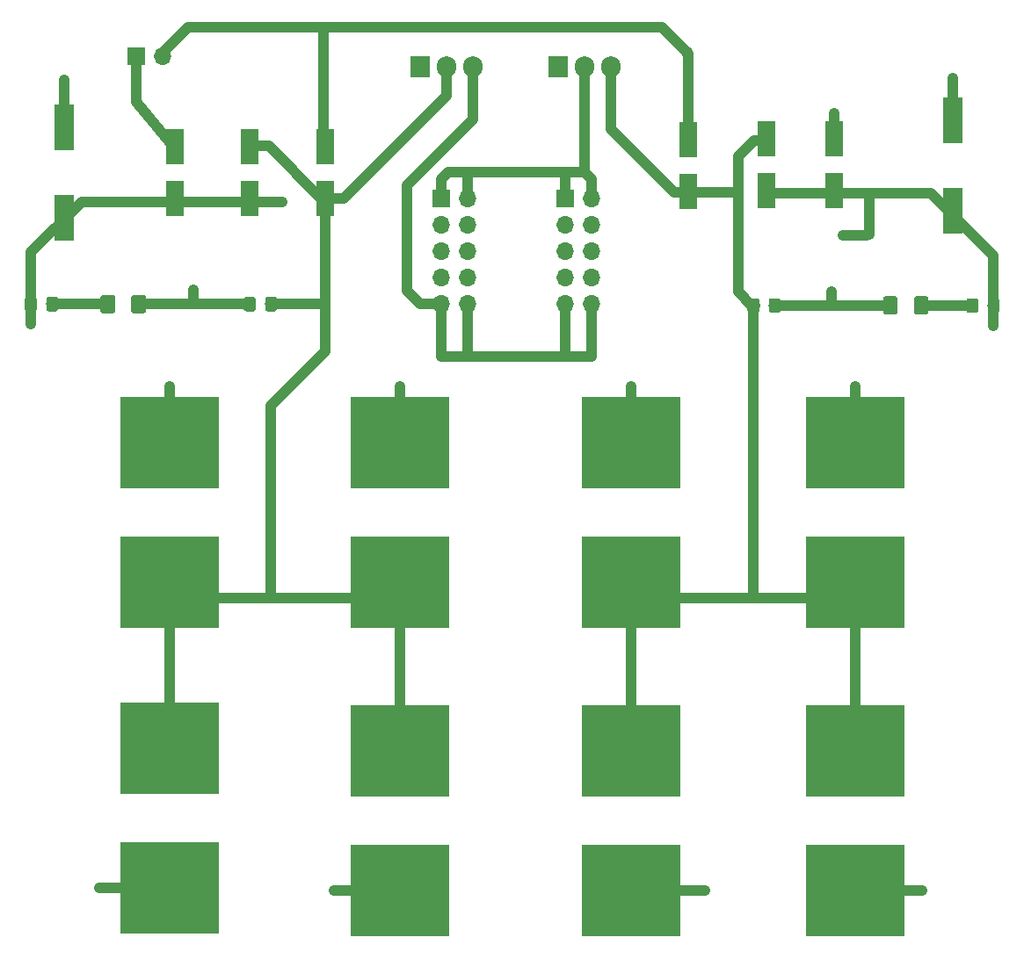
<source format=gbr>
G04 #@! TF.GenerationSoftware,KiCad,Pcbnew,(5.0.0-3-g5ebb6b6)*
G04 #@! TF.CreationDate,2019-02-06T10:52:08+00:00*
G04 #@! TF.ProjectId,AdjustablePSU,41646A75737461626C655053552E6B69,rev?*
G04 #@! TF.SameCoordinates,Original*
G04 #@! TF.FileFunction,Copper,L1,Top,Signal*
G04 #@! TF.FilePolarity,Positive*
%FSLAX46Y46*%
G04 Gerber Fmt 4.6, Leading zero omitted, Abs format (unit mm)*
G04 Created by KiCad (PCBNEW (5.0.0-3-g5ebb6b6)) date Wednesday, 06 February 2019 at 10:52:08*
%MOMM*%
%LPD*%
G01*
G04 APERTURE LIST*
G04 #@! TA.AperFunction,ComponentPad*
%ADD10R,1.905000X2.000000*%
G04 #@! TD*
G04 #@! TA.AperFunction,ComponentPad*
%ADD11O,1.905000X2.000000*%
G04 #@! TD*
G04 #@! TA.AperFunction,ComponentPad*
%ADD12R,1.700000X1.700000*%
G04 #@! TD*
G04 #@! TA.AperFunction,ComponentPad*
%ADD13O,1.700000X1.700000*%
G04 #@! TD*
G04 #@! TA.AperFunction,Conductor*
%ADD14C,0.100000*%
G04 #@! TD*
G04 #@! TA.AperFunction,SMDPad,CuDef*
%ADD15C,1.150000*%
G04 #@! TD*
G04 #@! TA.AperFunction,SMDPad,CuDef*
%ADD16R,9.600000X8.800000*%
G04 #@! TD*
G04 #@! TA.AperFunction,SMDPad,CuDef*
%ADD17C,1.425000*%
G04 #@! TD*
G04 #@! TA.AperFunction,SMDPad,CuDef*
%ADD18R,1.800000X3.500000*%
G04 #@! TD*
G04 #@! TA.AperFunction,SMDPad,CuDef*
%ADD19R,1.900000X4.400000*%
G04 #@! TD*
G04 #@! TA.AperFunction,ViaPad*
%ADD20C,0.800000*%
G04 #@! TD*
G04 #@! TA.AperFunction,Conductor*
%ADD21C,1.000000*%
G04 #@! TD*
G04 APERTURE END LIST*
D10*
G04 #@! TO.P,U_POSREG1,1*
G04 #@! TO.N,Net-(R_POSREG1-Pad2)*
X153035000Y-67310000D03*
D11*
G04 #@! TO.P,U_POSREG1,2*
G04 #@! TO.N,/12VDC_POS_REG*
X155575000Y-67310000D03*
G04 #@! TO.P,U_POSREG1,3*
G04 #@! TO.N,/DC_POS_IN*
X158115000Y-67310000D03*
G04 #@! TD*
D12*
G04 #@! TO.P,J_OUT1,1*
G04 #@! TO.N,/12VDC_POS_REG*
X141732000Y-80010000D03*
D13*
G04 #@! TO.P,J_OUT1,2*
X144272000Y-80010000D03*
G04 #@! TO.P,J_OUT1,3*
G04 #@! TO.N,GND*
X141732000Y-82550000D03*
G04 #@! TO.P,J_OUT1,4*
X144272000Y-82550000D03*
G04 #@! TO.P,J_OUT1,5*
X141732000Y-85090000D03*
G04 #@! TO.P,J_OUT1,6*
X144272000Y-85090000D03*
G04 #@! TO.P,J_OUT1,7*
X141732000Y-87630000D03*
G04 #@! TO.P,J_OUT1,8*
X144272000Y-87630000D03*
G04 #@! TO.P,J_OUT1,9*
G04 #@! TO.N,/12VDC_NEG_REG*
X141732000Y-90170000D03*
G04 #@! TO.P,J_OUT1,10*
X144272000Y-90170000D03*
G04 #@! TD*
D11*
G04 #@! TO.P,U_NEGREG1,3*
G04 #@! TO.N,/12VDC_NEG_REG*
X144780000Y-67310000D03*
G04 #@! TO.P,U_NEGREG1,2*
G04 #@! TO.N,/DC_NEG_IN*
X142240000Y-67310000D03*
D10*
G04 #@! TO.P,U_NEGREG1,1*
G04 #@! TO.N,Net-(R_NEGREG1-Pad2)*
X139700000Y-67310000D03*
G04 #@! TD*
D12*
G04 #@! TO.P,J_OUT2,1*
G04 #@! TO.N,/12VDC_POS_REG*
X153670000Y-80010000D03*
D13*
G04 #@! TO.P,J_OUT2,2*
X156210000Y-80010000D03*
G04 #@! TO.P,J_OUT2,3*
G04 #@! TO.N,GND*
X153670000Y-82550000D03*
G04 #@! TO.P,J_OUT2,4*
X156210000Y-82550000D03*
G04 #@! TO.P,J_OUT2,5*
X153670000Y-85090000D03*
G04 #@! TO.P,J_OUT2,6*
X156210000Y-85090000D03*
G04 #@! TO.P,J_OUT2,7*
X153670000Y-87630000D03*
G04 #@! TO.P,J_OUT2,8*
X156210000Y-87630000D03*
G04 #@! TO.P,J_OUT2,9*
G04 #@! TO.N,/12VDC_NEG_REG*
X153670000Y-90170000D03*
G04 #@! TO.P,J_OUT2,10*
X156210000Y-90170000D03*
G04 #@! TD*
D12*
G04 #@! TO.P,J_PWR1,1*
G04 #@! TO.N,GND*
X112395000Y-66294000D03*
D13*
G04 #@! TO.P,J_PWR1,2*
G04 #@! TO.N,/AC_IN*
X114935000Y-66294000D03*
G04 #@! TD*
D14*
G04 #@! TO.N,/DC_NEG_IN*
G04 #@! TO.C,C_NEG1*
G36*
X125707505Y-89471204D02*
X125731773Y-89474804D01*
X125755572Y-89480765D01*
X125778671Y-89489030D01*
X125800850Y-89499520D01*
X125821893Y-89512132D01*
X125841599Y-89526747D01*
X125859777Y-89543223D01*
X125876253Y-89561401D01*
X125890868Y-89581107D01*
X125903480Y-89602150D01*
X125913970Y-89624329D01*
X125922235Y-89647428D01*
X125928196Y-89671227D01*
X125931796Y-89695495D01*
X125933000Y-89719999D01*
X125933000Y-90620001D01*
X125931796Y-90644505D01*
X125928196Y-90668773D01*
X125922235Y-90692572D01*
X125913970Y-90715671D01*
X125903480Y-90737850D01*
X125890868Y-90758893D01*
X125876253Y-90778599D01*
X125859777Y-90796777D01*
X125841599Y-90813253D01*
X125821893Y-90827868D01*
X125800850Y-90840480D01*
X125778671Y-90850970D01*
X125755572Y-90859235D01*
X125731773Y-90865196D01*
X125707505Y-90868796D01*
X125683001Y-90870000D01*
X125032999Y-90870000D01*
X125008495Y-90868796D01*
X124984227Y-90865196D01*
X124960428Y-90859235D01*
X124937329Y-90850970D01*
X124915150Y-90840480D01*
X124894107Y-90827868D01*
X124874401Y-90813253D01*
X124856223Y-90796777D01*
X124839747Y-90778599D01*
X124825132Y-90758893D01*
X124812520Y-90737850D01*
X124802030Y-90715671D01*
X124793765Y-90692572D01*
X124787804Y-90668773D01*
X124784204Y-90644505D01*
X124783000Y-90620001D01*
X124783000Y-89719999D01*
X124784204Y-89695495D01*
X124787804Y-89671227D01*
X124793765Y-89647428D01*
X124802030Y-89624329D01*
X124812520Y-89602150D01*
X124825132Y-89581107D01*
X124839747Y-89561401D01*
X124856223Y-89543223D01*
X124874401Y-89526747D01*
X124894107Y-89512132D01*
X124915150Y-89499520D01*
X124937329Y-89489030D01*
X124960428Y-89480765D01*
X124984227Y-89474804D01*
X125008495Y-89471204D01*
X125032999Y-89470000D01*
X125683001Y-89470000D01*
X125707505Y-89471204D01*
X125707505Y-89471204D01*
G37*
D15*
G04 #@! TD*
G04 #@! TO.P,C_NEG1,1*
G04 #@! TO.N,/DC_NEG_IN*
X125358000Y-90170000D03*
D14*
G04 #@! TO.N,GND*
G04 #@! TO.C,C_NEG1*
G36*
X123657505Y-89471204D02*
X123681773Y-89474804D01*
X123705572Y-89480765D01*
X123728671Y-89489030D01*
X123750850Y-89499520D01*
X123771893Y-89512132D01*
X123791599Y-89526747D01*
X123809777Y-89543223D01*
X123826253Y-89561401D01*
X123840868Y-89581107D01*
X123853480Y-89602150D01*
X123863970Y-89624329D01*
X123872235Y-89647428D01*
X123878196Y-89671227D01*
X123881796Y-89695495D01*
X123883000Y-89719999D01*
X123883000Y-90620001D01*
X123881796Y-90644505D01*
X123878196Y-90668773D01*
X123872235Y-90692572D01*
X123863970Y-90715671D01*
X123853480Y-90737850D01*
X123840868Y-90758893D01*
X123826253Y-90778599D01*
X123809777Y-90796777D01*
X123791599Y-90813253D01*
X123771893Y-90827868D01*
X123750850Y-90840480D01*
X123728671Y-90850970D01*
X123705572Y-90859235D01*
X123681773Y-90865196D01*
X123657505Y-90868796D01*
X123633001Y-90870000D01*
X122982999Y-90870000D01*
X122958495Y-90868796D01*
X122934227Y-90865196D01*
X122910428Y-90859235D01*
X122887329Y-90850970D01*
X122865150Y-90840480D01*
X122844107Y-90827868D01*
X122824401Y-90813253D01*
X122806223Y-90796777D01*
X122789747Y-90778599D01*
X122775132Y-90758893D01*
X122762520Y-90737850D01*
X122752030Y-90715671D01*
X122743765Y-90692572D01*
X122737804Y-90668773D01*
X122734204Y-90644505D01*
X122733000Y-90620001D01*
X122733000Y-89719999D01*
X122734204Y-89695495D01*
X122737804Y-89671227D01*
X122743765Y-89647428D01*
X122752030Y-89624329D01*
X122762520Y-89602150D01*
X122775132Y-89581107D01*
X122789747Y-89561401D01*
X122806223Y-89543223D01*
X122824401Y-89526747D01*
X122844107Y-89512132D01*
X122865150Y-89499520D01*
X122887329Y-89489030D01*
X122910428Y-89480765D01*
X122934227Y-89474804D01*
X122958495Y-89471204D01*
X122982999Y-89470000D01*
X123633001Y-89470000D01*
X123657505Y-89471204D01*
X123657505Y-89471204D01*
G37*
D15*
G04 #@! TD*
G04 #@! TO.P,C_NEG1,2*
G04 #@! TO.N,GND*
X123308000Y-90170000D03*
D16*
G04 #@! TO.P,C_NEG2,1*
G04 #@! TO.N,GND*
X137795000Y-103486000D03*
G04 #@! TO.P,C_NEG2,2*
G04 #@! TO.N,/DC_NEG_IN*
X137795000Y-116986000D03*
G04 #@! TD*
G04 #@! TO.P,C_NEG3,2*
G04 #@! TO.N,/DC_NEG_IN*
X115570000Y-116986000D03*
G04 #@! TO.P,C_NEG3,1*
G04 #@! TO.N,GND*
X115570000Y-103486000D03*
G04 #@! TD*
G04 #@! TO.P,C_NEG4,1*
G04 #@! TO.N,GND*
X115570000Y-146450000D03*
G04 #@! TO.P,C_NEG4,2*
G04 #@! TO.N,/DC_NEG_IN*
X115570000Y-132950000D03*
G04 #@! TD*
G04 #@! TO.P,C_NEG5,2*
G04 #@! TO.N,/DC_NEG_IN*
X137795000Y-133204000D03*
G04 #@! TO.P,C_NEG5,1*
G04 #@! TO.N,GND*
X137795000Y-146704000D03*
G04 #@! TD*
D14*
G04 #@! TO.N,GND*
G04 #@! TO.C,C_POS1*
G36*
X174221505Y-89598204D02*
X174245773Y-89601804D01*
X174269572Y-89607765D01*
X174292671Y-89616030D01*
X174314850Y-89626520D01*
X174335893Y-89639132D01*
X174355599Y-89653747D01*
X174373777Y-89670223D01*
X174390253Y-89688401D01*
X174404868Y-89708107D01*
X174417480Y-89729150D01*
X174427970Y-89751329D01*
X174436235Y-89774428D01*
X174442196Y-89798227D01*
X174445796Y-89822495D01*
X174447000Y-89846999D01*
X174447000Y-90747001D01*
X174445796Y-90771505D01*
X174442196Y-90795773D01*
X174436235Y-90819572D01*
X174427970Y-90842671D01*
X174417480Y-90864850D01*
X174404868Y-90885893D01*
X174390253Y-90905599D01*
X174373777Y-90923777D01*
X174355599Y-90940253D01*
X174335893Y-90954868D01*
X174314850Y-90967480D01*
X174292671Y-90977970D01*
X174269572Y-90986235D01*
X174245773Y-90992196D01*
X174221505Y-90995796D01*
X174197001Y-90997000D01*
X173546999Y-90997000D01*
X173522495Y-90995796D01*
X173498227Y-90992196D01*
X173474428Y-90986235D01*
X173451329Y-90977970D01*
X173429150Y-90967480D01*
X173408107Y-90954868D01*
X173388401Y-90940253D01*
X173370223Y-90923777D01*
X173353747Y-90905599D01*
X173339132Y-90885893D01*
X173326520Y-90864850D01*
X173316030Y-90842671D01*
X173307765Y-90819572D01*
X173301804Y-90795773D01*
X173298204Y-90771505D01*
X173297000Y-90747001D01*
X173297000Y-89846999D01*
X173298204Y-89822495D01*
X173301804Y-89798227D01*
X173307765Y-89774428D01*
X173316030Y-89751329D01*
X173326520Y-89729150D01*
X173339132Y-89708107D01*
X173353747Y-89688401D01*
X173370223Y-89670223D01*
X173388401Y-89653747D01*
X173408107Y-89639132D01*
X173429150Y-89626520D01*
X173451329Y-89616030D01*
X173474428Y-89607765D01*
X173498227Y-89601804D01*
X173522495Y-89598204D01*
X173546999Y-89597000D01*
X174197001Y-89597000D01*
X174221505Y-89598204D01*
X174221505Y-89598204D01*
G37*
D15*
G04 #@! TD*
G04 #@! TO.P,C_POS1,2*
G04 #@! TO.N,GND*
X173872000Y-90297000D03*
D14*
G04 #@! TO.N,/DC_POS_IN*
G04 #@! TO.C,C_POS1*
G36*
X172171505Y-89598204D02*
X172195773Y-89601804D01*
X172219572Y-89607765D01*
X172242671Y-89616030D01*
X172264850Y-89626520D01*
X172285893Y-89639132D01*
X172305599Y-89653747D01*
X172323777Y-89670223D01*
X172340253Y-89688401D01*
X172354868Y-89708107D01*
X172367480Y-89729150D01*
X172377970Y-89751329D01*
X172386235Y-89774428D01*
X172392196Y-89798227D01*
X172395796Y-89822495D01*
X172397000Y-89846999D01*
X172397000Y-90747001D01*
X172395796Y-90771505D01*
X172392196Y-90795773D01*
X172386235Y-90819572D01*
X172377970Y-90842671D01*
X172367480Y-90864850D01*
X172354868Y-90885893D01*
X172340253Y-90905599D01*
X172323777Y-90923777D01*
X172305599Y-90940253D01*
X172285893Y-90954868D01*
X172264850Y-90967480D01*
X172242671Y-90977970D01*
X172219572Y-90986235D01*
X172195773Y-90992196D01*
X172171505Y-90995796D01*
X172147001Y-90997000D01*
X171496999Y-90997000D01*
X171472495Y-90995796D01*
X171448227Y-90992196D01*
X171424428Y-90986235D01*
X171401329Y-90977970D01*
X171379150Y-90967480D01*
X171358107Y-90954868D01*
X171338401Y-90940253D01*
X171320223Y-90923777D01*
X171303747Y-90905599D01*
X171289132Y-90885893D01*
X171276520Y-90864850D01*
X171266030Y-90842671D01*
X171257765Y-90819572D01*
X171251804Y-90795773D01*
X171248204Y-90771505D01*
X171247000Y-90747001D01*
X171247000Y-89846999D01*
X171248204Y-89822495D01*
X171251804Y-89798227D01*
X171257765Y-89774428D01*
X171266030Y-89751329D01*
X171276520Y-89729150D01*
X171289132Y-89708107D01*
X171303747Y-89688401D01*
X171320223Y-89670223D01*
X171338401Y-89653747D01*
X171358107Y-89639132D01*
X171379150Y-89626520D01*
X171401329Y-89616030D01*
X171424428Y-89607765D01*
X171448227Y-89601804D01*
X171472495Y-89598204D01*
X171496999Y-89597000D01*
X172147001Y-89597000D01*
X172171505Y-89598204D01*
X172171505Y-89598204D01*
G37*
D15*
G04 #@! TD*
G04 #@! TO.P,C_POS1,1*
G04 #@! TO.N,/DC_POS_IN*
X171822000Y-90297000D03*
D16*
G04 #@! TO.P,C_POS2,2*
G04 #@! TO.N,GND*
X160020000Y-146704000D03*
G04 #@! TO.P,C_POS2,1*
G04 #@! TO.N,/DC_POS_IN*
X160020000Y-133204000D03*
G04 #@! TD*
G04 #@! TO.P,C_POS3,1*
G04 #@! TO.N,/DC_POS_IN*
X160020000Y-116986000D03*
G04 #@! TO.P,C_POS3,2*
G04 #@! TO.N,GND*
X160020000Y-103486000D03*
G04 #@! TD*
G04 #@! TO.P,C_POS4,2*
G04 #@! TO.N,GND*
X181610000Y-146704000D03*
G04 #@! TO.P,C_POS4,1*
G04 #@! TO.N,/DC_POS_IN*
X181610000Y-133204000D03*
G04 #@! TD*
G04 #@! TO.P,C_POS5,1*
G04 #@! TO.N,/DC_POS_IN*
X181610000Y-116986000D03*
G04 #@! TO.P,C_POS5,2*
G04 #@! TO.N,GND*
X181610000Y-103486000D03*
G04 #@! TD*
D14*
G04 #@! TO.N,Net-(D_NEG4-Pad1)*
G04 #@! TO.C,D_NEG4*
G36*
X110124504Y-89296204D02*
X110148773Y-89299804D01*
X110172571Y-89305765D01*
X110195671Y-89314030D01*
X110217849Y-89324520D01*
X110238893Y-89337133D01*
X110258598Y-89351747D01*
X110276777Y-89368223D01*
X110293253Y-89386402D01*
X110307867Y-89406107D01*
X110320480Y-89427151D01*
X110330970Y-89449329D01*
X110339235Y-89472429D01*
X110345196Y-89496227D01*
X110348796Y-89520496D01*
X110350000Y-89545000D01*
X110350000Y-90795000D01*
X110348796Y-90819504D01*
X110345196Y-90843773D01*
X110339235Y-90867571D01*
X110330970Y-90890671D01*
X110320480Y-90912849D01*
X110307867Y-90933893D01*
X110293253Y-90953598D01*
X110276777Y-90971777D01*
X110258598Y-90988253D01*
X110238893Y-91002867D01*
X110217849Y-91015480D01*
X110195671Y-91025970D01*
X110172571Y-91034235D01*
X110148773Y-91040196D01*
X110124504Y-91043796D01*
X110100000Y-91045000D01*
X109175000Y-91045000D01*
X109150496Y-91043796D01*
X109126227Y-91040196D01*
X109102429Y-91034235D01*
X109079329Y-91025970D01*
X109057151Y-91015480D01*
X109036107Y-91002867D01*
X109016402Y-90988253D01*
X108998223Y-90971777D01*
X108981747Y-90953598D01*
X108967133Y-90933893D01*
X108954520Y-90912849D01*
X108944030Y-90890671D01*
X108935765Y-90867571D01*
X108929804Y-90843773D01*
X108926204Y-90819504D01*
X108925000Y-90795000D01*
X108925000Y-89545000D01*
X108926204Y-89520496D01*
X108929804Y-89496227D01*
X108935765Y-89472429D01*
X108944030Y-89449329D01*
X108954520Y-89427151D01*
X108967133Y-89406107D01*
X108981747Y-89386402D01*
X108998223Y-89368223D01*
X109016402Y-89351747D01*
X109036107Y-89337133D01*
X109057151Y-89324520D01*
X109079329Y-89314030D01*
X109102429Y-89305765D01*
X109126227Y-89299804D01*
X109150496Y-89296204D01*
X109175000Y-89295000D01*
X110100000Y-89295000D01*
X110124504Y-89296204D01*
X110124504Y-89296204D01*
G37*
D17*
G04 #@! TD*
G04 #@! TO.P,D_NEG4,1*
G04 #@! TO.N,Net-(D_NEG4-Pad1)*
X109637500Y-90170000D03*
D14*
G04 #@! TO.N,GND*
G04 #@! TO.C,D_NEG4*
G36*
X113099504Y-89296204D02*
X113123773Y-89299804D01*
X113147571Y-89305765D01*
X113170671Y-89314030D01*
X113192849Y-89324520D01*
X113213893Y-89337133D01*
X113233598Y-89351747D01*
X113251777Y-89368223D01*
X113268253Y-89386402D01*
X113282867Y-89406107D01*
X113295480Y-89427151D01*
X113305970Y-89449329D01*
X113314235Y-89472429D01*
X113320196Y-89496227D01*
X113323796Y-89520496D01*
X113325000Y-89545000D01*
X113325000Y-90795000D01*
X113323796Y-90819504D01*
X113320196Y-90843773D01*
X113314235Y-90867571D01*
X113305970Y-90890671D01*
X113295480Y-90912849D01*
X113282867Y-90933893D01*
X113268253Y-90953598D01*
X113251777Y-90971777D01*
X113233598Y-90988253D01*
X113213893Y-91002867D01*
X113192849Y-91015480D01*
X113170671Y-91025970D01*
X113147571Y-91034235D01*
X113123773Y-91040196D01*
X113099504Y-91043796D01*
X113075000Y-91045000D01*
X112150000Y-91045000D01*
X112125496Y-91043796D01*
X112101227Y-91040196D01*
X112077429Y-91034235D01*
X112054329Y-91025970D01*
X112032151Y-91015480D01*
X112011107Y-91002867D01*
X111991402Y-90988253D01*
X111973223Y-90971777D01*
X111956747Y-90953598D01*
X111942133Y-90933893D01*
X111929520Y-90912849D01*
X111919030Y-90890671D01*
X111910765Y-90867571D01*
X111904804Y-90843773D01*
X111901204Y-90819504D01*
X111900000Y-90795000D01*
X111900000Y-89545000D01*
X111901204Y-89520496D01*
X111904804Y-89496227D01*
X111910765Y-89472429D01*
X111919030Y-89449329D01*
X111929520Y-89427151D01*
X111942133Y-89406107D01*
X111956747Y-89386402D01*
X111973223Y-89368223D01*
X111991402Y-89351747D01*
X112011107Y-89337133D01*
X112032151Y-89324520D01*
X112054329Y-89314030D01*
X112077429Y-89305765D01*
X112101227Y-89299804D01*
X112125496Y-89296204D01*
X112150000Y-89295000D01*
X113075000Y-89295000D01*
X113099504Y-89296204D01*
X113099504Y-89296204D01*
G37*
D17*
G04 #@! TD*
G04 #@! TO.P,D_NEG4,2*
G04 #@! TO.N,GND*
X112612500Y-90170000D03*
D14*
G04 #@! TO.N,Net-(D_POS4-Pad2)*
G04 #@! TO.C,D_POS4*
G36*
X188474004Y-89423204D02*
X188498273Y-89426804D01*
X188522071Y-89432765D01*
X188545171Y-89441030D01*
X188567349Y-89451520D01*
X188588393Y-89464133D01*
X188608098Y-89478747D01*
X188626277Y-89495223D01*
X188642753Y-89513402D01*
X188657367Y-89533107D01*
X188669980Y-89554151D01*
X188680470Y-89576329D01*
X188688735Y-89599429D01*
X188694696Y-89623227D01*
X188698296Y-89647496D01*
X188699500Y-89672000D01*
X188699500Y-90922000D01*
X188698296Y-90946504D01*
X188694696Y-90970773D01*
X188688735Y-90994571D01*
X188680470Y-91017671D01*
X188669980Y-91039849D01*
X188657367Y-91060893D01*
X188642753Y-91080598D01*
X188626277Y-91098777D01*
X188608098Y-91115253D01*
X188588393Y-91129867D01*
X188567349Y-91142480D01*
X188545171Y-91152970D01*
X188522071Y-91161235D01*
X188498273Y-91167196D01*
X188474004Y-91170796D01*
X188449500Y-91172000D01*
X187524500Y-91172000D01*
X187499996Y-91170796D01*
X187475727Y-91167196D01*
X187451929Y-91161235D01*
X187428829Y-91152970D01*
X187406651Y-91142480D01*
X187385607Y-91129867D01*
X187365902Y-91115253D01*
X187347723Y-91098777D01*
X187331247Y-91080598D01*
X187316633Y-91060893D01*
X187304020Y-91039849D01*
X187293530Y-91017671D01*
X187285265Y-90994571D01*
X187279304Y-90970773D01*
X187275704Y-90946504D01*
X187274500Y-90922000D01*
X187274500Y-89672000D01*
X187275704Y-89647496D01*
X187279304Y-89623227D01*
X187285265Y-89599429D01*
X187293530Y-89576329D01*
X187304020Y-89554151D01*
X187316633Y-89533107D01*
X187331247Y-89513402D01*
X187347723Y-89495223D01*
X187365902Y-89478747D01*
X187385607Y-89464133D01*
X187406651Y-89451520D01*
X187428829Y-89441030D01*
X187451929Y-89432765D01*
X187475727Y-89426804D01*
X187499996Y-89423204D01*
X187524500Y-89422000D01*
X188449500Y-89422000D01*
X188474004Y-89423204D01*
X188474004Y-89423204D01*
G37*
D17*
G04 #@! TD*
G04 #@! TO.P,D_POS4,2*
G04 #@! TO.N,Net-(D_POS4-Pad2)*
X187987000Y-90297000D03*
D14*
G04 #@! TO.N,GND*
G04 #@! TO.C,D_POS4*
G36*
X185499004Y-89423204D02*
X185523273Y-89426804D01*
X185547071Y-89432765D01*
X185570171Y-89441030D01*
X185592349Y-89451520D01*
X185613393Y-89464133D01*
X185633098Y-89478747D01*
X185651277Y-89495223D01*
X185667753Y-89513402D01*
X185682367Y-89533107D01*
X185694980Y-89554151D01*
X185705470Y-89576329D01*
X185713735Y-89599429D01*
X185719696Y-89623227D01*
X185723296Y-89647496D01*
X185724500Y-89672000D01*
X185724500Y-90922000D01*
X185723296Y-90946504D01*
X185719696Y-90970773D01*
X185713735Y-90994571D01*
X185705470Y-91017671D01*
X185694980Y-91039849D01*
X185682367Y-91060893D01*
X185667753Y-91080598D01*
X185651277Y-91098777D01*
X185633098Y-91115253D01*
X185613393Y-91129867D01*
X185592349Y-91142480D01*
X185570171Y-91152970D01*
X185547071Y-91161235D01*
X185523273Y-91167196D01*
X185499004Y-91170796D01*
X185474500Y-91172000D01*
X184549500Y-91172000D01*
X184524996Y-91170796D01*
X184500727Y-91167196D01*
X184476929Y-91161235D01*
X184453829Y-91152970D01*
X184431651Y-91142480D01*
X184410607Y-91129867D01*
X184390902Y-91115253D01*
X184372723Y-91098777D01*
X184356247Y-91080598D01*
X184341633Y-91060893D01*
X184329020Y-91039849D01*
X184318530Y-91017671D01*
X184310265Y-90994571D01*
X184304304Y-90970773D01*
X184300704Y-90946504D01*
X184299500Y-90922000D01*
X184299500Y-89672000D01*
X184300704Y-89647496D01*
X184304304Y-89623227D01*
X184310265Y-89599429D01*
X184318530Y-89576329D01*
X184329020Y-89554151D01*
X184341633Y-89533107D01*
X184356247Y-89513402D01*
X184372723Y-89495223D01*
X184390902Y-89478747D01*
X184410607Y-89464133D01*
X184431651Y-89451520D01*
X184453829Y-89441030D01*
X184476929Y-89432765D01*
X184500727Y-89426804D01*
X184524996Y-89423204D01*
X184549500Y-89422000D01*
X185474500Y-89422000D01*
X185499004Y-89423204D01*
X185499004Y-89423204D01*
G37*
D17*
G04 #@! TD*
G04 #@! TO.P,D_POS4,1*
G04 #@! TO.N,GND*
X185012000Y-90297000D03*
D14*
G04 #@! TO.N,/12VDC_NEG_REG*
G04 #@! TO.C,R_NEG1*
G36*
X102575505Y-89471204D02*
X102599773Y-89474804D01*
X102623572Y-89480765D01*
X102646671Y-89489030D01*
X102668850Y-89499520D01*
X102689893Y-89512132D01*
X102709599Y-89526747D01*
X102727777Y-89543223D01*
X102744253Y-89561401D01*
X102758868Y-89581107D01*
X102771480Y-89602150D01*
X102781970Y-89624329D01*
X102790235Y-89647428D01*
X102796196Y-89671227D01*
X102799796Y-89695495D01*
X102801000Y-89719999D01*
X102801000Y-90620001D01*
X102799796Y-90644505D01*
X102796196Y-90668773D01*
X102790235Y-90692572D01*
X102781970Y-90715671D01*
X102771480Y-90737850D01*
X102758868Y-90758893D01*
X102744253Y-90778599D01*
X102727777Y-90796777D01*
X102709599Y-90813253D01*
X102689893Y-90827868D01*
X102668850Y-90840480D01*
X102646671Y-90850970D01*
X102623572Y-90859235D01*
X102599773Y-90865196D01*
X102575505Y-90868796D01*
X102551001Y-90870000D01*
X101900999Y-90870000D01*
X101876495Y-90868796D01*
X101852227Y-90865196D01*
X101828428Y-90859235D01*
X101805329Y-90850970D01*
X101783150Y-90840480D01*
X101762107Y-90827868D01*
X101742401Y-90813253D01*
X101724223Y-90796777D01*
X101707747Y-90778599D01*
X101693132Y-90758893D01*
X101680520Y-90737850D01*
X101670030Y-90715671D01*
X101661765Y-90692572D01*
X101655804Y-90668773D01*
X101652204Y-90644505D01*
X101651000Y-90620001D01*
X101651000Y-89719999D01*
X101652204Y-89695495D01*
X101655804Y-89671227D01*
X101661765Y-89647428D01*
X101670030Y-89624329D01*
X101680520Y-89602150D01*
X101693132Y-89581107D01*
X101707747Y-89561401D01*
X101724223Y-89543223D01*
X101742401Y-89526747D01*
X101762107Y-89512132D01*
X101783150Y-89499520D01*
X101805329Y-89489030D01*
X101828428Y-89480765D01*
X101852227Y-89474804D01*
X101876495Y-89471204D01*
X101900999Y-89470000D01*
X102551001Y-89470000D01*
X102575505Y-89471204D01*
X102575505Y-89471204D01*
G37*
D15*
G04 #@! TD*
G04 #@! TO.P,R_NEG1,1*
G04 #@! TO.N,/12VDC_NEG_REG*
X102226000Y-90170000D03*
D14*
G04 #@! TO.N,Net-(D_NEG4-Pad1)*
G04 #@! TO.C,R_NEG1*
G36*
X104625505Y-89471204D02*
X104649773Y-89474804D01*
X104673572Y-89480765D01*
X104696671Y-89489030D01*
X104718850Y-89499520D01*
X104739893Y-89512132D01*
X104759599Y-89526747D01*
X104777777Y-89543223D01*
X104794253Y-89561401D01*
X104808868Y-89581107D01*
X104821480Y-89602150D01*
X104831970Y-89624329D01*
X104840235Y-89647428D01*
X104846196Y-89671227D01*
X104849796Y-89695495D01*
X104851000Y-89719999D01*
X104851000Y-90620001D01*
X104849796Y-90644505D01*
X104846196Y-90668773D01*
X104840235Y-90692572D01*
X104831970Y-90715671D01*
X104821480Y-90737850D01*
X104808868Y-90758893D01*
X104794253Y-90778599D01*
X104777777Y-90796777D01*
X104759599Y-90813253D01*
X104739893Y-90827868D01*
X104718850Y-90840480D01*
X104696671Y-90850970D01*
X104673572Y-90859235D01*
X104649773Y-90865196D01*
X104625505Y-90868796D01*
X104601001Y-90870000D01*
X103950999Y-90870000D01*
X103926495Y-90868796D01*
X103902227Y-90865196D01*
X103878428Y-90859235D01*
X103855329Y-90850970D01*
X103833150Y-90840480D01*
X103812107Y-90827868D01*
X103792401Y-90813253D01*
X103774223Y-90796777D01*
X103757747Y-90778599D01*
X103743132Y-90758893D01*
X103730520Y-90737850D01*
X103720030Y-90715671D01*
X103711765Y-90692572D01*
X103705804Y-90668773D01*
X103702204Y-90644505D01*
X103701000Y-90620001D01*
X103701000Y-89719999D01*
X103702204Y-89695495D01*
X103705804Y-89671227D01*
X103711765Y-89647428D01*
X103720030Y-89624329D01*
X103730520Y-89602150D01*
X103743132Y-89581107D01*
X103757747Y-89561401D01*
X103774223Y-89543223D01*
X103792401Y-89526747D01*
X103812107Y-89512132D01*
X103833150Y-89499520D01*
X103855329Y-89489030D01*
X103878428Y-89480765D01*
X103902227Y-89474804D01*
X103926495Y-89471204D01*
X103950999Y-89470000D01*
X104601001Y-89470000D01*
X104625505Y-89471204D01*
X104625505Y-89471204D01*
G37*
D15*
G04 #@! TD*
G04 #@! TO.P,R_NEG1,2*
G04 #@! TO.N,Net-(D_NEG4-Pad1)*
X104276000Y-90170000D03*
D14*
G04 #@! TO.N,Net-(D_POS4-Pad2)*
G04 #@! TO.C,R_POS1*
G36*
X193253505Y-89598204D02*
X193277773Y-89601804D01*
X193301572Y-89607765D01*
X193324671Y-89616030D01*
X193346850Y-89626520D01*
X193367893Y-89639132D01*
X193387599Y-89653747D01*
X193405777Y-89670223D01*
X193422253Y-89688401D01*
X193436868Y-89708107D01*
X193449480Y-89729150D01*
X193459970Y-89751329D01*
X193468235Y-89774428D01*
X193474196Y-89798227D01*
X193477796Y-89822495D01*
X193479000Y-89846999D01*
X193479000Y-90747001D01*
X193477796Y-90771505D01*
X193474196Y-90795773D01*
X193468235Y-90819572D01*
X193459970Y-90842671D01*
X193449480Y-90864850D01*
X193436868Y-90885893D01*
X193422253Y-90905599D01*
X193405777Y-90923777D01*
X193387599Y-90940253D01*
X193367893Y-90954868D01*
X193346850Y-90967480D01*
X193324671Y-90977970D01*
X193301572Y-90986235D01*
X193277773Y-90992196D01*
X193253505Y-90995796D01*
X193229001Y-90997000D01*
X192578999Y-90997000D01*
X192554495Y-90995796D01*
X192530227Y-90992196D01*
X192506428Y-90986235D01*
X192483329Y-90977970D01*
X192461150Y-90967480D01*
X192440107Y-90954868D01*
X192420401Y-90940253D01*
X192402223Y-90923777D01*
X192385747Y-90905599D01*
X192371132Y-90885893D01*
X192358520Y-90864850D01*
X192348030Y-90842671D01*
X192339765Y-90819572D01*
X192333804Y-90795773D01*
X192330204Y-90771505D01*
X192329000Y-90747001D01*
X192329000Y-89846999D01*
X192330204Y-89822495D01*
X192333804Y-89798227D01*
X192339765Y-89774428D01*
X192348030Y-89751329D01*
X192358520Y-89729150D01*
X192371132Y-89708107D01*
X192385747Y-89688401D01*
X192402223Y-89670223D01*
X192420401Y-89653747D01*
X192440107Y-89639132D01*
X192461150Y-89626520D01*
X192483329Y-89616030D01*
X192506428Y-89607765D01*
X192530227Y-89601804D01*
X192554495Y-89598204D01*
X192578999Y-89597000D01*
X193229001Y-89597000D01*
X193253505Y-89598204D01*
X193253505Y-89598204D01*
G37*
D15*
G04 #@! TD*
G04 #@! TO.P,R_POS1,2*
G04 #@! TO.N,Net-(D_POS4-Pad2)*
X192904000Y-90297000D03*
D14*
G04 #@! TO.N,/12VDC_POS_REG*
G04 #@! TO.C,R_POS1*
G36*
X195303505Y-89598204D02*
X195327773Y-89601804D01*
X195351572Y-89607765D01*
X195374671Y-89616030D01*
X195396850Y-89626520D01*
X195417893Y-89639132D01*
X195437599Y-89653747D01*
X195455777Y-89670223D01*
X195472253Y-89688401D01*
X195486868Y-89708107D01*
X195499480Y-89729150D01*
X195509970Y-89751329D01*
X195518235Y-89774428D01*
X195524196Y-89798227D01*
X195527796Y-89822495D01*
X195529000Y-89846999D01*
X195529000Y-90747001D01*
X195527796Y-90771505D01*
X195524196Y-90795773D01*
X195518235Y-90819572D01*
X195509970Y-90842671D01*
X195499480Y-90864850D01*
X195486868Y-90885893D01*
X195472253Y-90905599D01*
X195455777Y-90923777D01*
X195437599Y-90940253D01*
X195417893Y-90954868D01*
X195396850Y-90967480D01*
X195374671Y-90977970D01*
X195351572Y-90986235D01*
X195327773Y-90992196D01*
X195303505Y-90995796D01*
X195279001Y-90997000D01*
X194628999Y-90997000D01*
X194604495Y-90995796D01*
X194580227Y-90992196D01*
X194556428Y-90986235D01*
X194533329Y-90977970D01*
X194511150Y-90967480D01*
X194490107Y-90954868D01*
X194470401Y-90940253D01*
X194452223Y-90923777D01*
X194435747Y-90905599D01*
X194421132Y-90885893D01*
X194408520Y-90864850D01*
X194398030Y-90842671D01*
X194389765Y-90819572D01*
X194383804Y-90795773D01*
X194380204Y-90771505D01*
X194379000Y-90747001D01*
X194379000Y-89846999D01*
X194380204Y-89822495D01*
X194383804Y-89798227D01*
X194389765Y-89774428D01*
X194398030Y-89751329D01*
X194408520Y-89729150D01*
X194421132Y-89708107D01*
X194435747Y-89688401D01*
X194452223Y-89670223D01*
X194470401Y-89653747D01*
X194490107Y-89639132D01*
X194511150Y-89626520D01*
X194533329Y-89616030D01*
X194556428Y-89607765D01*
X194580227Y-89601804D01*
X194604495Y-89598204D01*
X194628999Y-89597000D01*
X195279001Y-89597000D01*
X195303505Y-89598204D01*
X195303505Y-89598204D01*
G37*
D15*
G04 #@! TD*
G04 #@! TO.P,R_POS1,1*
G04 #@! TO.N,/12VDC_POS_REG*
X194954000Y-90297000D03*
D18*
G04 #@! TO.P,D_NEG1,2*
G04 #@! TO.N,/DC_NEG_IN*
X130556000Y-79970000D03*
G04 #@! TO.P,D_NEG1,1*
G04 #@! TO.N,/AC_IN*
X130556000Y-74970000D03*
G04 #@! TD*
G04 #@! TO.P,D_NEG2,1*
G04 #@! TO.N,/12VDC_NEG_REG*
X123291600Y-79970000D03*
G04 #@! TO.P,D_NEG2,2*
G04 #@! TO.N,/DC_NEG_IN*
X123291600Y-74970000D03*
G04 #@! TD*
G04 #@! TO.P,D_NEG3,1*
G04 #@! TO.N,GND*
X116078000Y-74970000D03*
G04 #@! TO.P,D_NEG3,2*
G04 #@! TO.N,/12VDC_NEG_REG*
X116078000Y-79970000D03*
G04 #@! TD*
G04 #@! TO.P,D_POS1,1*
G04 #@! TO.N,/DC_POS_IN*
X165557200Y-79335000D03*
G04 #@! TO.P,D_POS1,2*
G04 #@! TO.N,/AC_IN*
X165557200Y-74335000D03*
G04 #@! TD*
G04 #@! TO.P,D_POS2,2*
G04 #@! TO.N,/12VDC_POS_REG*
X173075600Y-79258800D03*
G04 #@! TO.P,D_POS2,1*
G04 #@! TO.N,/DC_POS_IN*
X173075600Y-74258800D03*
G04 #@! TD*
G04 #@! TO.P,D_POS3,2*
G04 #@! TO.N,GND*
X179578000Y-74208000D03*
G04 #@! TO.P,D_POS3,1*
G04 #@! TO.N,/12VDC_POS_REG*
X179578000Y-79208000D03*
G04 #@! TD*
D19*
G04 #@! TO.P,C_NEG6,2*
G04 #@! TO.N,/12VDC_NEG_REG*
X105410000Y-81820000D03*
G04 #@! TO.P,C_NEG6,1*
G04 #@! TO.N,GND*
X105410000Y-73120000D03*
G04 #@! TD*
G04 #@! TO.P,C_POS6,1*
G04 #@! TO.N,/12VDC_POS_REG*
X191008000Y-81185000D03*
G04 #@! TO.P,C_POS6,2*
G04 #@! TO.N,GND*
X191008000Y-72485000D03*
G04 #@! TD*
D20*
G04 #@! TO.N,GND*
X117856000Y-88773000D03*
X191008000Y-68376800D03*
X179578000Y-71755000D03*
X179324000Y-88963500D03*
X105410000Y-68580000D03*
X115570000Y-98086000D03*
X137795000Y-98086000D03*
X108839000Y-146431000D03*
X131464000Y-146704000D03*
X160020000Y-98086000D03*
X181610000Y-98086000D03*
X188068000Y-146704000D03*
X167113000Y-146704000D03*
G04 #@! TO.N,/12VDC_NEG_REG*
X102226000Y-92066000D03*
X126390400Y-80314800D03*
G04 #@! TO.N,/12VDC_POS_REG*
X194945000Y-92265500D03*
X180467000Y-83565998D03*
G04 #@! TD*
D21*
G04 #@! TO.N,GND*
X112612500Y-90170000D02*
X114935000Y-90170000D01*
X116268500Y-90170000D02*
X114545000Y-90170000D01*
X179324000Y-89529185D02*
X179324000Y-90297000D01*
X179324000Y-88963500D02*
X179324000Y-89529185D01*
X184721500Y-90297000D02*
X177165000Y-90297000D01*
X115570000Y-103486000D02*
X115570000Y-98086000D01*
X137795000Y-103486000D02*
X137795000Y-98086000D01*
X109770000Y-146450000D02*
X109751000Y-146431000D01*
X115570000Y-146450000D02*
X109770000Y-146450000D01*
X109751000Y-146431000D02*
X108839000Y-146431000D01*
X137795000Y-146704000D02*
X131464000Y-146704000D01*
X160020000Y-103486000D02*
X160020000Y-98086000D01*
X181610000Y-103486000D02*
X181610000Y-98086000D01*
X181610000Y-146704000D02*
X188068000Y-146704000D01*
X160020000Y-146704000D02*
X167113000Y-146704000D01*
X177165000Y-90297000D02*
X174135000Y-90297000D01*
X117856000Y-90170000D02*
X117856000Y-88773000D01*
X123308000Y-90170000D02*
X117856000Y-90170000D01*
X117856000Y-90170000D02*
X116268500Y-90170000D01*
X112395000Y-70231000D02*
X112395000Y-66294000D01*
X112395000Y-70696000D02*
X112395000Y-70231000D01*
X116078000Y-75184000D02*
X112395000Y-70696000D01*
X179578000Y-71755000D02*
X179578000Y-74208000D01*
X191008000Y-72485000D02*
X191008000Y-69285000D01*
X191008000Y-69285000D02*
X191008000Y-68376800D01*
X105410000Y-68580000D02*
X105410000Y-73120000D01*
G04 #@! TO.N,/DC_NEG_IN*
X115570000Y-118510000D02*
X115570000Y-132950000D01*
X137541000Y-132950000D02*
X137795000Y-133204000D01*
X137795000Y-127804000D02*
X137795000Y-118510000D01*
X137795000Y-133204000D02*
X137795000Y-127804000D01*
X126033000Y-90170000D02*
X130556000Y-90170000D01*
X125358000Y-90170000D02*
X126033000Y-90170000D01*
X130556000Y-80137000D02*
X130556000Y-90170000D01*
X115970000Y-118510000D02*
X115570000Y-118510000D01*
X115989000Y-118491000D02*
X115970000Y-118510000D01*
X125222000Y-118491000D02*
X115989000Y-118491000D01*
X130556000Y-90170000D02*
X130556000Y-94704000D01*
X125330000Y-118383000D02*
X125222000Y-118491000D01*
X125330000Y-99930000D02*
X125330000Y-118383000D01*
X130556000Y-94704000D02*
X125330000Y-99930000D01*
X125457000Y-118510000D02*
X137795000Y-118510000D01*
X125330000Y-118383000D02*
X125457000Y-118510000D01*
X125120400Y-74930000D02*
X123489000Y-74930000D01*
X132329000Y-79970000D02*
X130160400Y-79970000D01*
X130160400Y-79970000D02*
X125120400Y-74930000D01*
X142240000Y-70059000D02*
X132329000Y-79970000D01*
X142240000Y-67310000D02*
X142240000Y-70059000D01*
G04 #@! TO.N,/12VDC_NEG_REG*
X144145000Y-95250000D02*
X153670000Y-95250000D01*
X144780000Y-72390000D02*
X144780000Y-67310000D01*
X138430000Y-78740000D02*
X144780000Y-72390000D01*
X139700000Y-90170000D02*
X138430000Y-88900000D01*
X138430000Y-88900000D02*
X138430000Y-78740000D01*
X141732000Y-90170000D02*
X139700000Y-90170000D01*
X102226000Y-86360000D02*
X102226000Y-90097500D01*
X102226000Y-90170000D02*
X102226000Y-92066000D01*
X153670000Y-91372081D02*
X153670000Y-95250000D01*
X153670000Y-90170000D02*
X153670000Y-91372081D01*
X144272000Y-95123000D02*
X144145000Y-95250000D01*
X144272000Y-90170000D02*
X144272000Y-95123000D01*
X141732000Y-95250000D02*
X144145000Y-95250000D01*
X141732000Y-90170000D02*
X141732000Y-95250000D01*
X156210000Y-95250000D02*
X156210000Y-90170000D01*
X153670000Y-95250000D02*
X156210000Y-95250000D01*
X102235000Y-85166200D02*
X102235000Y-86115000D01*
X107086400Y-80314800D02*
X102235000Y-85166200D01*
X126390400Y-80314800D02*
X107086400Y-80314800D01*
G04 #@! TO.N,/DC_POS_IN*
X171850000Y-118510000D02*
X181610000Y-118510000D01*
X171831000Y-118491000D02*
X171850000Y-118510000D01*
X171831000Y-91106000D02*
X171831000Y-118491000D01*
X171822000Y-91097000D02*
X171831000Y-91106000D01*
X171822000Y-90297000D02*
X171822000Y-91097000D01*
X171812000Y-118510000D02*
X160020000Y-118510000D01*
X171831000Y-118491000D02*
X171812000Y-118510000D01*
X160020000Y-123910000D02*
X160020000Y-133204000D01*
X160020000Y-118510000D02*
X160020000Y-123910000D01*
X181610000Y-118510000D02*
X181610000Y-133204000D01*
X170205400Y-79375000D02*
X170332400Y-79248000D01*
X164211000Y-79375000D02*
X170205400Y-79375000D01*
X158115000Y-73279000D02*
X164211000Y-79375000D01*
X158115000Y-67310000D02*
X158115000Y-73279000D01*
X171856400Y-74422000D02*
X172669200Y-74422000D01*
X170332400Y-75946000D02*
X171856400Y-74422000D01*
X170332400Y-88950800D02*
X170332400Y-75946000D01*
X171678600Y-90297000D02*
X170332400Y-88950800D01*
X171958000Y-90297000D02*
X171678600Y-90297000D01*
G04 #@! TO.N,/12VDC_POS_REG*
X141732000Y-78160000D02*
X142422000Y-77470000D01*
X141732000Y-80010000D02*
X141732000Y-78160000D01*
X155575000Y-67310000D02*
X155575000Y-77470000D01*
X194945000Y-87004000D02*
X194945000Y-92265500D01*
X194954000Y-86995000D02*
X194945000Y-87004000D01*
X156210000Y-78105000D02*
X155575000Y-77470000D01*
X156210000Y-80010000D02*
X156210000Y-78105000D01*
X182753002Y-83565998D02*
X181032685Y-83565998D01*
X181032685Y-83565998D02*
X180467000Y-83565998D01*
X182880000Y-83439000D02*
X182753002Y-83565998D01*
X144272000Y-80010000D02*
X144272000Y-77470000D01*
X142422000Y-77470000D02*
X144272000Y-77470000D01*
X153670000Y-78160000D02*
X153670000Y-77470000D01*
X153670000Y-80010000D02*
X153670000Y-78160000D01*
X153670000Y-77470000D02*
X155575000Y-77470000D01*
X144272000Y-77470000D02*
X153670000Y-77470000D01*
X182981600Y-79502000D02*
X183007000Y-83439000D01*
X194945000Y-85471000D02*
X194945000Y-86868000D01*
X188925200Y-79451200D02*
X194945000Y-85471000D01*
X188874400Y-79451200D02*
X188925200Y-79451200D01*
X188863600Y-79462000D02*
X188874400Y-79451200D01*
X172963200Y-79462000D02*
X188863600Y-79462000D01*
X172872400Y-79552800D02*
X172963200Y-79462000D01*
G04 #@! TO.N,/AC_IN*
X125095000Y-63500000D02*
X125984000Y-63500000D01*
X117348000Y-63500000D02*
X125984000Y-63500000D01*
X114935000Y-65913000D02*
X117348000Y-63500000D01*
X114935000Y-66294000D02*
X114935000Y-65913000D01*
X130429000Y-72220000D02*
X130429000Y-63500000D01*
X130429000Y-74970000D02*
X130429000Y-72220000D01*
X125984000Y-63500000D02*
X130429000Y-63500000D01*
X165455600Y-65887600D02*
X165404800Y-65938400D01*
X163017200Y-63500000D02*
X165557200Y-66040000D01*
X165557200Y-66040000D02*
X165557200Y-74726800D01*
X130429000Y-63500000D02*
X163017200Y-63500000D01*
G04 #@! TO.N,Net-(D_NEG4-Pad1)*
X104530000Y-90170000D02*
X109637500Y-90170000D01*
G04 #@! TO.N,Net-(D_POS4-Pad2)*
X192659000Y-90297000D02*
X188087000Y-90297000D01*
G04 #@! TD*
M02*

</source>
